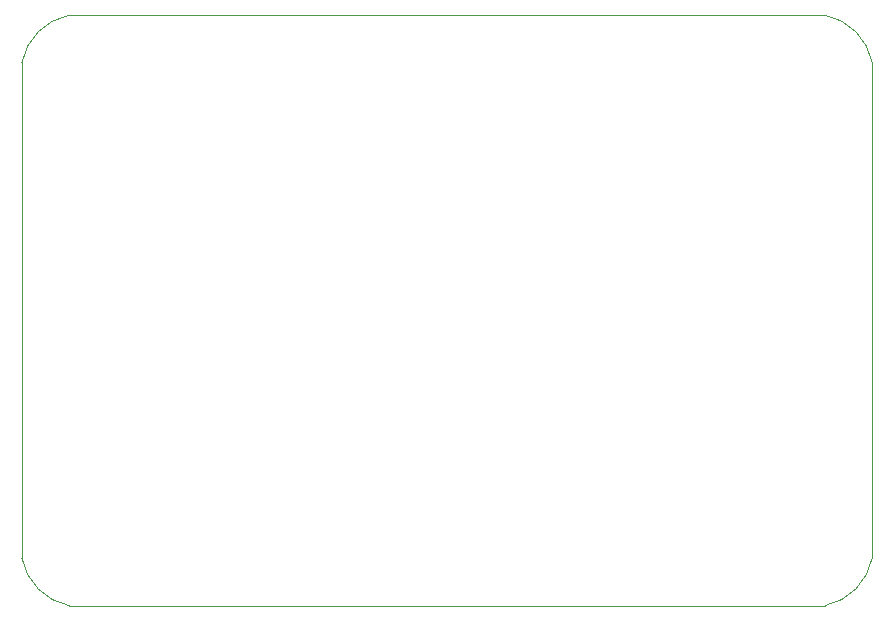
<source format=gbr>
%TF.GenerationSoftware,KiCad,Pcbnew,(6.0.8)*%
%TF.CreationDate,2023-02-08T18:10:39+01:00*%
%TF.ProjectId,power supply prototype,706f7765-7220-4737-9570-706c79207072,rev?*%
%TF.SameCoordinates,Original*%
%TF.FileFunction,Profile,NP*%
%FSLAX46Y46*%
G04 Gerber Fmt 4.6, Leading zero omitted, Abs format (unit mm)*
G04 Created by KiCad (PCBNEW (6.0.8)) date 2023-02-08 18:10:39*
%MOMM*%
%LPD*%
G01*
G04 APERTURE LIST*
%TA.AperFunction,Profile*%
%ADD10C,0.100000*%
%TD*%
G04 APERTURE END LIST*
D10*
X167994449Y-117994449D02*
G75*
G03*
X171994449Y-113994450I-1000002J5000002D01*
G01*
X100005551Y-113994449D02*
G75*
G03*
X104005550Y-117994449I5000002J1000002D01*
G01*
X104005551Y-68005551D02*
G75*
G03*
X100005551Y-72005550I1000002J-5000002D01*
G01*
X171999998Y-72000000D02*
G75*
G03*
X168000000Y-68000000I-4999998J-999997D01*
G01*
X100005551Y-72005550D02*
X100005551Y-113994449D01*
X168000000Y-68000000D02*
X104005551Y-68005551D01*
X171994449Y-113994450D02*
X171999999Y-72000000D01*
X104005550Y-117994449D02*
X167994449Y-117994449D01*
M02*

</source>
